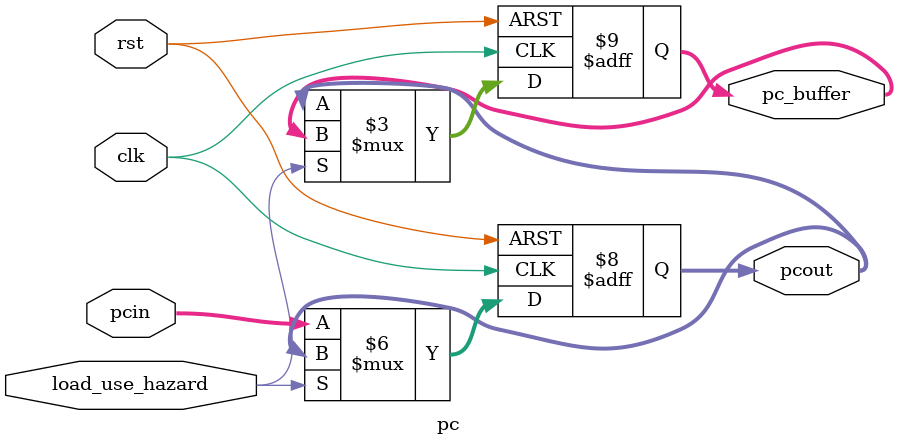
<source format=sv>
module pc(
	input clk,
	input rst,
	input [15:0] pcin,
	//input pcwrite,
	input load_use_hazard,
	output logic [15:0] pcout,
	output logic [15:0] pc_buffer
);

	always_ff@(posedge clk or posedge rst)begin
		if(rst)begin
			pcout <= 16'd0;
			pc_buffer <= 16'd0;
		end else begin
			if(load_use_hazard)begin
				pcout <= pcout;
				pc_buffer <= pc_buffer;
			end else begin
				pcout <= pcin;
				pc_buffer <= pcout;
			end		
		end
	end
endmodule

</source>
